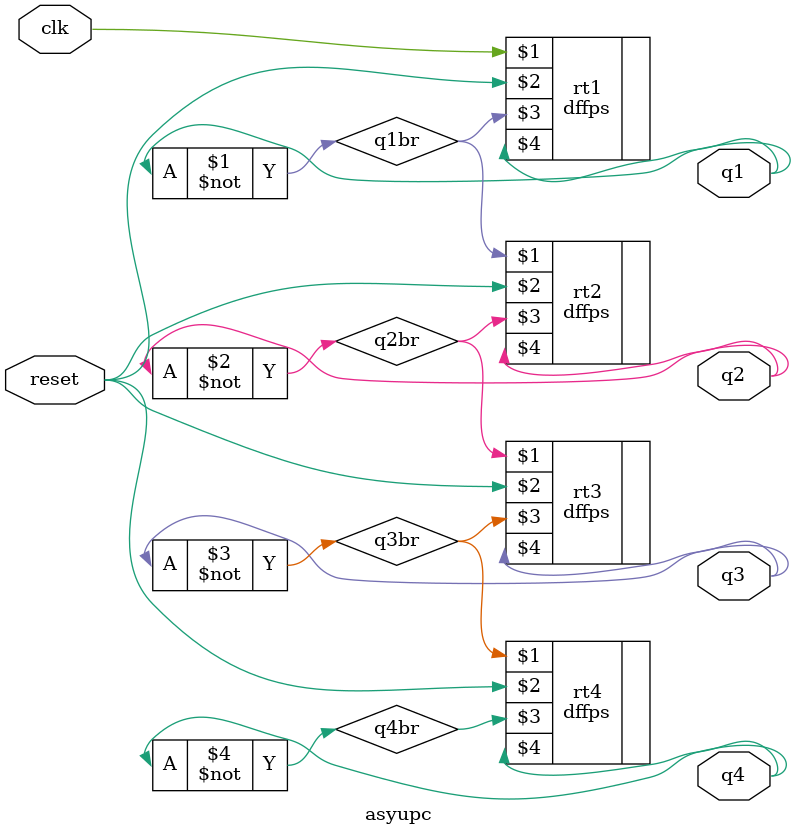
<source format=v>
module asyupc (input clk,reset,output q1,q2,q3,q4);
wire q1br,q2br,q3br,q4br;
not (q1br,q1);
dffps rt1 (clk,reset,q1br,q1);
not(q2br,q2);
dffps rt2 (q1br,reset,q2br,q2);
not(q3br,q3);
dffps  rt3 (q2br,reset,q3br,q3);
not(q4br,q4);
dffps rt4 (q3br,reset,q4br,q4);
endmodule

</source>
